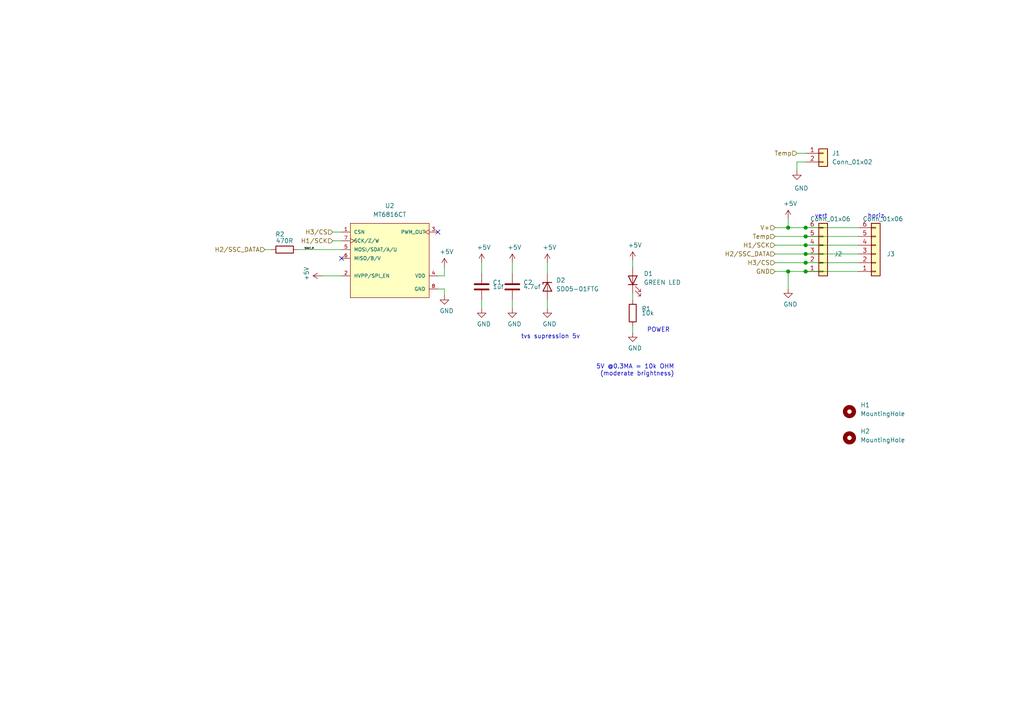
<source format=kicad_sch>
(kicad_sch (version 20210621) (generator eeschema)

  (uuid a8ebf12e-ea8a-47b4-84e5-207e5f47ec05)

  (paper "A4")

  (lib_symbols
    (symbol "Connector_Generic:Conn_01x02" (pin_names (offset 1.016) hide) (in_bom yes) (on_board yes)
      (property "Reference" "J" (id 0) (at 0 2.54 0)
        (effects (font (size 1.27 1.27)))
      )
      (property "Value" "Conn_01x02" (id 1) (at 0 -5.08 0)
        (effects (font (size 1.27 1.27)))
      )
      (property "Footprint" "" (id 2) (at 0 0 0)
        (effects (font (size 1.27 1.27)) hide)
      )
      (property "Datasheet" "~" (id 3) (at 0 0 0)
        (effects (font (size 1.27 1.27)) hide)
      )
      (property "ki_keywords" "connector" (id 4) (at 0 0 0)
        (effects (font (size 1.27 1.27)) hide)
      )
      (property "ki_description" "Generic connector, single row, 01x02, script generated (kicad-library-utils/schlib/autogen/connector/)" (id 5) (at 0 0 0)
        (effects (font (size 1.27 1.27)) hide)
      )
      (property "ki_fp_filters" "Connector*:*_1x??_*" (id 6) (at 0 0 0)
        (effects (font (size 1.27 1.27)) hide)
      )
      (symbol "Conn_01x02_1_1"
        (rectangle (start -1.27 -2.413) (end 0 -2.667)
          (stroke (width 0.1524)) (fill (type none))
        )
        (rectangle (start -1.27 0.127) (end 0 -0.127)
          (stroke (width 0.1524)) (fill (type none))
        )
        (rectangle (start -1.27 1.27) (end 1.27 -3.81)
          (stroke (width 0.254)) (fill (type background))
        )
        (pin passive line (at -5.08 0 0) (length 3.81)
          (name "Pin_1" (effects (font (size 1.27 1.27))))
          (number "1" (effects (font (size 1.27 1.27))))
        )
        (pin passive line (at -5.08 -2.54 0) (length 3.81)
          (name "Pin_2" (effects (font (size 1.27 1.27))))
          (number "2" (effects (font (size 1.27 1.27))))
        )
      )
    )
    (symbol "Connector_Generic:Conn_01x06" (pin_names (offset 1.016) hide) (in_bom yes) (on_board yes)
      (property "Reference" "J" (id 0) (at 0 7.62 0)
        (effects (font (size 1.27 1.27)))
      )
      (property "Value" "Conn_01x06" (id 1) (at 0 -10.16 0)
        (effects (font (size 1.27 1.27)))
      )
      (property "Footprint" "" (id 2) (at 0 0 0)
        (effects (font (size 1.27 1.27)) hide)
      )
      (property "Datasheet" "~" (id 3) (at 0 0 0)
        (effects (font (size 1.27 1.27)) hide)
      )
      (property "ki_keywords" "connector" (id 4) (at 0 0 0)
        (effects (font (size 1.27 1.27)) hide)
      )
      (property "ki_description" "Generic connector, single row, 01x06, script generated (kicad-library-utils/schlib/autogen/connector/)" (id 5) (at 0 0 0)
        (effects (font (size 1.27 1.27)) hide)
      )
      (property "ki_fp_filters" "Connector*:*_1x??_*" (id 6) (at 0 0 0)
        (effects (font (size 1.27 1.27)) hide)
      )
      (symbol "Conn_01x06_1_1"
        (rectangle (start -1.27 -7.493) (end 0 -7.747)
          (stroke (width 0.1524)) (fill (type none))
        )
        (rectangle (start -1.27 -4.953) (end 0 -5.207)
          (stroke (width 0.1524)) (fill (type none))
        )
        (rectangle (start -1.27 -2.413) (end 0 -2.667)
          (stroke (width 0.1524)) (fill (type none))
        )
        (rectangle (start -1.27 0.127) (end 0 -0.127)
          (stroke (width 0.1524)) (fill (type none))
        )
        (rectangle (start -1.27 2.667) (end 0 2.413)
          (stroke (width 0.1524)) (fill (type none))
        )
        (rectangle (start -1.27 5.207) (end 0 4.953)
          (stroke (width 0.1524)) (fill (type none))
        )
        (rectangle (start -1.27 6.35) (end 1.27 -8.89)
          (stroke (width 0.254)) (fill (type background))
        )
        (pin passive line (at -5.08 5.08 0) (length 3.81)
          (name "Pin_1" (effects (font (size 1.27 1.27))))
          (number "1" (effects (font (size 1.27 1.27))))
        )
        (pin passive line (at -5.08 2.54 0) (length 3.81)
          (name "Pin_2" (effects (font (size 1.27 1.27))))
          (number "2" (effects (font (size 1.27 1.27))))
        )
        (pin passive line (at -5.08 0 0) (length 3.81)
          (name "Pin_3" (effects (font (size 1.27 1.27))))
          (number "3" (effects (font (size 1.27 1.27))))
        )
        (pin passive line (at -5.08 -2.54 0) (length 3.81)
          (name "Pin_4" (effects (font (size 1.27 1.27))))
          (number "4" (effects (font (size 1.27 1.27))))
        )
        (pin passive line (at -5.08 -5.08 0) (length 3.81)
          (name "Pin_5" (effects (font (size 1.27 1.27))))
          (number "5" (effects (font (size 1.27 1.27))))
        )
        (pin passive line (at -5.08 -7.62 0) (length 3.81)
          (name "Pin_6" (effects (font (size 1.27 1.27))))
          (number "6" (effects (font (size 1.27 1.27))))
        )
      )
    )
    (symbol "Device:C" (pin_numbers hide) (pin_names (offset 0.254)) (in_bom yes) (on_board yes)
      (property "Reference" "C" (id 0) (at 0.635 2.54 0)
        (effects (font (size 1.27 1.27)) (justify left))
      )
      (property "Value" "C" (id 1) (at 0.635 -2.54 0)
        (effects (font (size 1.27 1.27)) (justify left))
      )
      (property "Footprint" "" (id 2) (at 0.9652 -3.81 0)
        (effects (font (size 1.27 1.27)) hide)
      )
      (property "Datasheet" "~" (id 3) (at 0 0 0)
        (effects (font (size 1.27 1.27)) hide)
      )
      (property "ki_keywords" "cap capacitor" (id 4) (at 0 0 0)
        (effects (font (size 1.27 1.27)) hide)
      )
      (property "ki_description" "Unpolarized capacitor" (id 5) (at 0 0 0)
        (effects (font (size 1.27 1.27)) hide)
      )
      (property "ki_fp_filters" "C_*" (id 6) (at 0 0 0)
        (effects (font (size 1.27 1.27)) hide)
      )
      (symbol "C_0_1"
        (polyline
          (pts
            (xy -2.032 -0.762)
            (xy 2.032 -0.762)
          )
          (stroke (width 0.508)) (fill (type none))
        )
        (polyline
          (pts
            (xy -2.032 0.762)
            (xy 2.032 0.762)
          )
          (stroke (width 0.508)) (fill (type none))
        )
      )
      (symbol "C_1_1"
        (pin passive line (at 0 3.81 270) (length 2.794)
          (name "~" (effects (font (size 1.27 1.27))))
          (number "1" (effects (font (size 1.27 1.27))))
        )
        (pin passive line (at 0 -3.81 90) (length 2.794)
          (name "~" (effects (font (size 1.27 1.27))))
          (number "2" (effects (font (size 1.27 1.27))))
        )
      )
    )
    (symbol "Device:D_Zener" (pin_numbers hide) (pin_names (offset 1.016) hide) (in_bom yes) (on_board yes)
      (property "Reference" "D" (id 0) (at 0 2.54 0)
        (effects (font (size 1.27 1.27)))
      )
      (property "Value" "D_Zener" (id 1) (at 0 -2.54 0)
        (effects (font (size 1.27 1.27)))
      )
      (property "Footprint" "" (id 2) (at 0 0 0)
        (effects (font (size 1.27 1.27)) hide)
      )
      (property "Datasheet" "~" (id 3) (at 0 0 0)
        (effects (font (size 1.27 1.27)) hide)
      )
      (property "ki_keywords" "diode" (id 4) (at 0 0 0)
        (effects (font (size 1.27 1.27)) hide)
      )
      (property "ki_description" "Zener diode" (id 5) (at 0 0 0)
        (effects (font (size 1.27 1.27)) hide)
      )
      (property "ki_fp_filters" "TO-???* *_Diode_* *SingleDiode* D_*" (id 6) (at 0 0 0)
        (effects (font (size 1.27 1.27)) hide)
      )
      (symbol "D_Zener_0_1"
        (polyline
          (pts
            (xy 1.27 0)
            (xy -1.27 0)
          )
          (stroke (width 0)) (fill (type none))
        )
        (polyline
          (pts
            (xy -1.27 -1.27)
            (xy -1.27 1.27)
            (xy -0.762 1.27)
          )
          (stroke (width 0.254)) (fill (type none))
        )
        (polyline
          (pts
            (xy 1.27 -1.27)
            (xy 1.27 1.27)
            (xy -1.27 0)
            (xy 1.27 -1.27)
          )
          (stroke (width 0.254)) (fill (type none))
        )
      )
      (symbol "D_Zener_1_1"
        (pin passive line (at -3.81 0 0) (length 2.54)
          (name "K" (effects (font (size 1.27 1.27))))
          (number "1" (effects (font (size 1.27 1.27))))
        )
        (pin passive line (at 3.81 0 180) (length 2.54)
          (name "A" (effects (font (size 1.27 1.27))))
          (number "2" (effects (font (size 1.27 1.27))))
        )
      )
    )
    (symbol "Device:LED" (pin_numbers hide) (pin_names (offset 1.016) hide) (in_bom yes) (on_board yes)
      (property "Reference" "D" (id 0) (at 0 2.54 0)
        (effects (font (size 1.27 1.27)))
      )
      (property "Value" "LED" (id 1) (at 0 -2.54 0)
        (effects (font (size 1.27 1.27)))
      )
      (property "Footprint" "" (id 2) (at 0 0 0)
        (effects (font (size 1.27 1.27)) hide)
      )
      (property "Datasheet" "~" (id 3) (at 0 0 0)
        (effects (font (size 1.27 1.27)) hide)
      )
      (property "ki_keywords" "LED diode" (id 4) (at 0 0 0)
        (effects (font (size 1.27 1.27)) hide)
      )
      (property "ki_description" "Light emitting diode" (id 5) (at 0 0 0)
        (effects (font (size 1.27 1.27)) hide)
      )
      (property "ki_fp_filters" "LED* LED_SMD:* LED_THT:*" (id 6) (at 0 0 0)
        (effects (font (size 1.27 1.27)) hide)
      )
      (symbol "LED_0_1"
        (polyline
          (pts
            (xy -1.27 -1.27)
            (xy -1.27 1.27)
          )
          (stroke (width 0.254)) (fill (type none))
        )
        (polyline
          (pts
            (xy -1.27 0)
            (xy 1.27 0)
          )
          (stroke (width 0)) (fill (type none))
        )
        (polyline
          (pts
            (xy 1.27 -1.27)
            (xy 1.27 1.27)
            (xy -1.27 0)
            (xy 1.27 -1.27)
          )
          (stroke (width 0.254)) (fill (type none))
        )
        (polyline
          (pts
            (xy -3.048 -0.762)
            (xy -4.572 -2.286)
            (xy -3.81 -2.286)
            (xy -4.572 -2.286)
            (xy -4.572 -1.524)
          )
          (stroke (width 0)) (fill (type none))
        )
        (polyline
          (pts
            (xy -1.778 -0.762)
            (xy -3.302 -2.286)
            (xy -2.54 -2.286)
            (xy -3.302 -2.286)
            (xy -3.302 -1.524)
          )
          (stroke (width 0)) (fill (type none))
        )
      )
      (symbol "LED_1_1"
        (pin passive line (at -3.81 0 0) (length 2.54)
          (name "K" (effects (font (size 1.27 1.27))))
          (number "1" (effects (font (size 1.27 1.27))))
        )
        (pin passive line (at 3.81 0 180) (length 2.54)
          (name "A" (effects (font (size 1.27 1.27))))
          (number "2" (effects (font (size 1.27 1.27))))
        )
      )
    )
    (symbol "Device:R" (pin_numbers hide) (pin_names (offset 0)) (in_bom yes) (on_board yes)
      (property "Reference" "R" (id 0) (at 2.032 0 90)
        (effects (font (size 1.27 1.27)))
      )
      (property "Value" "R" (id 1) (at 0 0 90)
        (effects (font (size 1.27 1.27)))
      )
      (property "Footprint" "" (id 2) (at -1.778 0 90)
        (effects (font (size 1.27 1.27)) hide)
      )
      (property "Datasheet" "~" (id 3) (at 0 0 0)
        (effects (font (size 1.27 1.27)) hide)
      )
      (property "ki_keywords" "R res resistor" (id 4) (at 0 0 0)
        (effects (font (size 1.27 1.27)) hide)
      )
      (property "ki_description" "Resistor" (id 5) (at 0 0 0)
        (effects (font (size 1.27 1.27)) hide)
      )
      (property "ki_fp_filters" "R_*" (id 6) (at 0 0 0)
        (effects (font (size 1.27 1.27)) hide)
      )
      (symbol "R_0_1"
        (rectangle (start -1.016 -2.54) (end 1.016 2.54)
          (stroke (width 0.254)) (fill (type none))
        )
      )
      (symbol "R_1_1"
        (pin passive line (at 0 3.81 270) (length 1.27)
          (name "~" (effects (font (size 1.27 1.27))))
          (number "1" (effects (font (size 1.27 1.27))))
        )
        (pin passive line (at 0 -3.81 90) (length 1.27)
          (name "~" (effects (font (size 1.27 1.27))))
          (number "2" (effects (font (size 1.27 1.27))))
        )
      )
    )
    (symbol "MAG ENCODERS:MT6816CT" (pin_names (offset 1.016)) (in_bom yes) (on_board yes)
      (property "Reference" "U" (id 0) (at 0 5.08 0)
        (effects (font (size 1.27 1.27)) (justify left))
      )
      (property "Value" "MT6816CT" (id 1) (at 0 7.62 0)
        (effects (font (size 1.27 1.27)) (justify left))
      )
      (property "Footprint" "Package_SO:SOP-8_3.9x4.9mm_P1.27mm" (id 2) (at 0 10.16 0)
        (effects (font (size 1.27 1.27)) (justify left) hide)
      )
      (property "Datasheet" "http://www.magntek.com.cn/upload/MT6816_Rev.1.4.pdf" (id 3) (at 0 12.7 0)
        (effects (font (size 1.27 1.27)) (justify left) hide)
      )
      (property "Interface" "SPI, PWM, ABZ, UVW" (id 4) (at 0 15.24 0)
        (effects (font (size 1.27 1.27)) (justify left) hide)
      )
      (property "Mounting Technology" "Surface Mount" (id 5) (at 0 35.56 0)
        (effects (font (size 1.27 1.27)) (justify left) hide)
      )
      (property "Package Description" "8-Pin Plastic (Green) Dual Small Outline Package, 4.9 x 3.9 mm Body, 1.27 mm Pitch" (id 6) (at 0 38.1 0)
        (effects (font (size 1.27 1.27)) (justify left) hide)
      )
      (property "category" "IC" (id 7) (at 0 45.72 0)
        (effects (font (size 1.27 1.27)) (justify left) hide)
      )
      (property "manufacturer" "MagnTek" (id 8) (at 0 53.34 0)
        (effects (font (size 1.27 1.27)) (justify left) hide)
      )
      (property "package" "SOP-8" (id 9) (at 0 55.88 0)
        (effects (font (size 1.27 1.27)) (justify left) hide)
      )
      (property "ki_keywords" "hall encoder, angle sensor" (id 10) (at 0 0 0)
        (effects (font (size 1.27 1.27)) hide)
      )
      (property "ki_description" "TLE5012" (id 11) (at 0 0 0)
        (effects (font (size 1.27 1.27)) hide)
      )
      (symbol "MT6816CT_1_1"
        (rectangle (start 2.54 2.54) (end 25.4 -19.05)
          (stroke (width 0)) (fill (type background))
        )
        (pin input line (at 0 0 0) (length 2.54)
          (name "CSN" (effects (font (size 1.016 1.016))))
          (number "1" (effects (font (size 1.016 1.016))))
        )
        (pin input line (at 0 -12.7 0) (length 2.54)
          (name "HVPP/SPI_EN" (effects (font (size 1.016 1.016))))
          (number "2" (effects (font (size 1.016 1.016))))
        )
        (pin input clock (at 27.94 0 180) (length 2.54)
          (name "PWM_OUT" (effects (font (size 1.016 1.016))))
          (number "3" (effects (font (size 1.016 1.016))))
        )
        (pin power_in line (at 27.94 -12.7 180) (length 2.54)
          (name "VDD" (effects (font (size 1.016 1.016))))
          (number "4" (effects (font (size 1.016 1.016))))
        )
        (pin bidirectional line (at 0 -5.08 0) (length 2.54)
          (name "MOSI/SDAT/A/U" (effects (font (size 1.016 1.016))))
          (number "5" (effects (font (size 1.016 1.016))))
        )
        (pin bidirectional line (at 0 -7.62 0) (length 2.54)
          (name "MISO/B/V" (effects (font (size 1.016 1.016))))
          (number "6" (effects (font (size 1.016 1.016))))
        )
        (pin input clock (at 0 -2.54 0) (length 2.54)
          (name "SCK/Z/W" (effects (font (size 1.016 1.016))))
          (number "7" (effects (font (size 1.016 1.016))))
        )
        (pin power_in line (at 27.94 -16.51 180) (length 2.54)
          (name "GND" (effects (font (size 1.016 1.016))))
          (number "8" (effects (font (size 1.016 1.016))))
        )
      )
    )
    (symbol "Mechanical:MountingHole" (pin_names (offset 1.016)) (in_bom yes) (on_board yes)
      (property "Reference" "H" (id 0) (at 0 5.08 0)
        (effects (font (size 1.27 1.27)))
      )
      (property "Value" "MountingHole" (id 1) (at 0 3.175 0)
        (effects (font (size 1.27 1.27)))
      )
      (property "Footprint" "" (id 2) (at 0 0 0)
        (effects (font (size 1.27 1.27)) hide)
      )
      (property "Datasheet" "~" (id 3) (at 0 0 0)
        (effects (font (size 1.27 1.27)) hide)
      )
      (property "ki_keywords" "mounting hole" (id 4) (at 0 0 0)
        (effects (font (size 1.27 1.27)) hide)
      )
      (property "ki_description" "Mounting Hole without connection" (id 5) (at 0 0 0)
        (effects (font (size 1.27 1.27)) hide)
      )
      (property "ki_fp_filters" "MountingHole*" (id 6) (at 0 0 0)
        (effects (font (size 1.27 1.27)) hide)
      )
      (symbol "MountingHole_0_1"
        (circle (center 0 0) (radius 1.27) (stroke (width 1.27)) (fill (type none)))
      )
    )
    (symbol "power:+5V" (power) (pin_names (offset 0)) (in_bom yes) (on_board yes)
      (property "Reference" "#PWR" (id 0) (at 0 -3.81 0)
        (effects (font (size 1.27 1.27)) hide)
      )
      (property "Value" "+5V" (id 1) (at 0 3.556 0)
        (effects (font (size 1.27 1.27)))
      )
      (property "Footprint" "" (id 2) (at 0 0 0)
        (effects (font (size 1.27 1.27)) hide)
      )
      (property "Datasheet" "" (id 3) (at 0 0 0)
        (effects (font (size 1.27 1.27)) hide)
      )
      (property "ki_keywords" "power-flag" (id 4) (at 0 0 0)
        (effects (font (size 1.27 1.27)) hide)
      )
      (property "ki_description" "Power symbol creates a global label with name \"+5V\"" (id 5) (at 0 0 0)
        (effects (font (size 1.27 1.27)) hide)
      )
      (symbol "+5V_0_1"
        (polyline
          (pts
            (xy -0.762 1.27)
            (xy 0 2.54)
          )
          (stroke (width 0)) (fill (type none))
        )
        (polyline
          (pts
            (xy 0 0)
            (xy 0 2.54)
          )
          (stroke (width 0)) (fill (type none))
        )
        (polyline
          (pts
            (xy 0 2.54)
            (xy 0.762 1.27)
          )
          (stroke (width 0)) (fill (type none))
        )
      )
      (symbol "+5V_1_1"
        (pin power_in line (at 0 0 90) (length 0) hide
          (name "+5V" (effects (font (size 1.27 1.27))))
          (number "1" (effects (font (size 1.27 1.27))))
        )
      )
    )
    (symbol "power:GND" (power) (pin_names (offset 0)) (in_bom yes) (on_board yes)
      (property "Reference" "#PWR" (id 0) (at 0 -6.35 0)
        (effects (font (size 1.27 1.27)) hide)
      )
      (property "Value" "GND" (id 1) (at 0 -3.81 0)
        (effects (font (size 1.27 1.27)))
      )
      (property "Footprint" "" (id 2) (at 0 0 0)
        (effects (font (size 1.27 1.27)) hide)
      )
      (property "Datasheet" "" (id 3) (at 0 0 0)
        (effects (font (size 1.27 1.27)) hide)
      )
      (property "ki_keywords" "power-flag" (id 4) (at 0 0 0)
        (effects (font (size 1.27 1.27)) hide)
      )
      (property "ki_description" "Power symbol creates a global label with name \"GND\" , ground" (id 5) (at 0 0 0)
        (effects (font (size 1.27 1.27)) hide)
      )
      (symbol "GND_0_1"
        (polyline
          (pts
            (xy 0 0)
            (xy 0 -1.27)
            (xy 1.27 -1.27)
            (xy 0 -2.54)
            (xy -1.27 -1.27)
            (xy 0 -1.27)
          )
          (stroke (width 0)) (fill (type none))
        )
      )
      (symbol "GND_1_1"
        (pin power_in line (at 0 0 270) (length 0) hide
          (name "GND" (effects (font (size 1.27 1.27))))
          (number "1" (effects (font (size 1.27 1.27))))
        )
      )
    )
  )

  (junction (at 228.6 66.04) (diameter 1.016) (color 0 0 0 0))
  (junction (at 228.6 78.74) (diameter 1.016) (color 0 0 0 0))
  (junction (at 233.68 66.04) (diameter 1.016) (color 0 0 0 0))
  (junction (at 233.68 68.58) (diameter 1.016) (color 0 0 0 0))
  (junction (at 233.68 71.12) (diameter 1.016) (color 0 0 0 0))
  (junction (at 233.68 73.66) (diameter 1.016) (color 0 0 0 0))
  (junction (at 233.68 76.2) (diameter 1.016) (color 0 0 0 0))
  (junction (at 233.68 78.74) (diameter 1.016) (color 0 0 0 0))

  (no_connect (at 99.06 74.93) (uuid a7b20cd7-0e45-4d10-9ac1-4ff9b8e237d4))
  (no_connect (at 127 67.31) (uuid 89da919d-69f0-44f9-9e29-40d56dbe6088))

  (wire (pts (xy 76.835 72.39) (xy 78.74 72.39))
    (stroke (width 0) (type solid) (color 0 0 0 0))
    (uuid 9d49df53-f379-46d4-8a6b-77980299f00d)
  )
  (wire (pts (xy 86.36 72.39) (xy 99.06 72.39))
    (stroke (width 0) (type solid) (color 0 0 0 0))
    (uuid afd67112-ae1f-463f-b8c9-29929dfdb08e)
  )
  (wire (pts (xy 93.345 80.01) (xy 99.06 80.01))
    (stroke (width 0) (type solid) (color 0 0 0 0))
    (uuid e2e0555c-a534-49b1-9010-253bf18b7a16)
  )
  (wire (pts (xy 96.52 67.31) (xy 99.06 67.31))
    (stroke (width 0) (type solid) (color 0 0 0 0))
    (uuid 330944c2-fa7b-43c3-8cc6-3346ccdbcc96)
  )
  (wire (pts (xy 96.52 69.85) (xy 99.06 69.85))
    (stroke (width 0) (type solid) (color 0 0 0 0))
    (uuid 14088e8a-85a7-4eb2-84d1-4f721e0526f7)
  )
  (wire (pts (xy 127 80.01) (xy 128.905 80.01))
    (stroke (width 0) (type solid) (color 0 0 0 0))
    (uuid e9a2a689-7866-4618-a875-c361e69aa4ca)
  )
  (wire (pts (xy 127 83.82) (xy 128.905 83.82))
    (stroke (width 0) (type solid) (color 0 0 0 0))
    (uuid 712b2475-90f2-4e91-a169-c83cc007c285)
  )
  (wire (pts (xy 128.905 77.47) (xy 128.905 80.01))
    (stroke (width 0) (type solid) (color 0 0 0 0))
    (uuid 13fbdc03-fdee-4ce3-b65d-f9d17efd85d2)
  )
  (wire (pts (xy 128.905 83.82) (xy 128.905 85.725))
    (stroke (width 0) (type solid) (color 0 0 0 0))
    (uuid 53668cfb-b186-4417-8ee3-939976c4ea35)
  )
  (wire (pts (xy 139.7 76.2) (xy 139.7 79.375))
    (stroke (width 0) (type solid) (color 0 0 0 0))
    (uuid 6dc8a3b9-6e11-4d74-ae62-2b484459dc9d)
  )
  (wire (pts (xy 139.7 86.995) (xy 139.7 89.535))
    (stroke (width 0) (type solid) (color 0 0 0 0))
    (uuid 0eb44b2a-6cd8-45bf-93c5-74fec2262539)
  )
  (wire (pts (xy 148.59 76.2) (xy 148.59 79.375))
    (stroke (width 0) (type solid) (color 0 0 0 0))
    (uuid 8481b866-fe67-4268-afa3-c4b5ebe18194)
  )
  (wire (pts (xy 148.59 86.995) (xy 148.59 89.535))
    (stroke (width 0) (type solid) (color 0 0 0 0))
    (uuid 939b793a-ec3a-47f0-b5b6-b4c13207d4c6)
  )
  (wire (pts (xy 158.75 76.2) (xy 158.75 79.375))
    (stroke (width 0) (type solid) (color 0 0 0 0))
    (uuid 9de0521a-5fb7-40d5-989d-72042feb5035)
  )
  (wire (pts (xy 158.75 86.995) (xy 158.75 89.535))
    (stroke (width 0) (type solid) (color 0 0 0 0))
    (uuid 16ee5d76-ab3f-4297-bacb-5efe5a9a011c)
  )
  (wire (pts (xy 183.515 75.565) (xy 183.515 77.47))
    (stroke (width 0) (type solid) (color 0 0 0 0))
    (uuid cb435861-d74c-487e-89da-109e7b8aa624)
  )
  (wire (pts (xy 183.515 85.09) (xy 183.515 86.995))
    (stroke (width 0) (type solid) (color 0 0 0 0))
    (uuid 4666d7bd-87ce-49ed-89fd-16faaccfcc30)
  )
  (wire (pts (xy 183.515 94.615) (xy 183.515 96.52))
    (stroke (width 0) (type solid) (color 0 0 0 0))
    (uuid ec490c8d-9278-460d-b624-83d8848ad246)
  )
  (wire (pts (xy 224.79 66.04) (xy 228.6 66.04))
    (stroke (width 0) (type solid) (color 0 0 0 0))
    (uuid 6b510cce-d04d-4e00-be99-b197897a2534)
  )
  (wire (pts (xy 224.79 68.58) (xy 233.68 68.58))
    (stroke (width 0) (type solid) (color 0 0 0 0))
    (uuid 05184a6d-4de2-4c0e-b95f-a0efbe7733c3)
  )
  (wire (pts (xy 224.79 71.12) (xy 233.68 71.12))
    (stroke (width 0) (type solid) (color 0 0 0 0))
    (uuid 568592e4-3881-4065-9d8e-49bbaadb5d82)
  )
  (wire (pts (xy 224.79 73.66) (xy 233.68 73.66))
    (stroke (width 0) (type solid) (color 0 0 0 0))
    (uuid 3cc7d39e-47cc-40d6-b49a-0a53f442f361)
  )
  (wire (pts (xy 224.79 76.2) (xy 233.68 76.2))
    (stroke (width 0) (type solid) (color 0 0 0 0))
    (uuid bb849e9b-5393-4b74-8d40-0dddd8655b5c)
  )
  (wire (pts (xy 224.79 78.74) (xy 228.6 78.74))
    (stroke (width 0) (type solid) (color 0 0 0 0))
    (uuid 76a36fa7-78c4-4208-81c9-c0b303b59f2a)
  )
  (wire (pts (xy 228.6 63.5) (xy 228.6 66.04))
    (stroke (width 0) (type solid) (color 0 0 0 0))
    (uuid 826e0f5d-08ad-44a7-9b60-4613080e9b75)
  )
  (wire (pts (xy 228.6 66.04) (xy 233.68 66.04))
    (stroke (width 0) (type solid) (color 0 0 0 0))
    (uuid 14fc2317-d06f-4eda-a969-4e76010c7df6)
  )
  (wire (pts (xy 228.6 78.74) (xy 228.6 83.82))
    (stroke (width 0) (type solid) (color 0 0 0 0))
    (uuid bc864277-89cc-4b31-a855-26af8f0bda29)
  )
  (wire (pts (xy 228.6 78.74) (xy 233.68 78.74))
    (stroke (width 0) (type solid) (color 0 0 0 0))
    (uuid f172b478-2591-425a-8982-048317b6113c)
  )
  (wire (pts (xy 231.14 44.45) (xy 233.68 44.45))
    (stroke (width 0) (type solid) (color 0 0 0 0))
    (uuid b5fa3b44-f13a-47cf-a6ae-4fdb07402046)
  )
  (wire (pts (xy 231.14 46.99) (xy 233.68 46.99))
    (stroke (width 0) (type solid) (color 0 0 0 0))
    (uuid cf7a2c34-d1cc-4466-a717-286c02d725e8)
  )
  (wire (pts (xy 231.14 49.53) (xy 231.14 46.99))
    (stroke (width 0) (type solid) (color 0 0 0 0))
    (uuid 01984630-e32f-4d5a-88ca-96d65298b0b7)
  )
  (wire (pts (xy 233.68 66.04) (xy 248.92 66.04))
    (stroke (width 0) (type solid) (color 0 0 0 0))
    (uuid 12e6d882-8db8-41cf-bdb6-df1236647484)
  )
  (wire (pts (xy 233.68 68.58) (xy 248.92 68.58))
    (stroke (width 0) (type solid) (color 0 0 0 0))
    (uuid 537ad0e8-1243-4e6e-af7d-455b79833086)
  )
  (wire (pts (xy 233.68 71.12) (xy 248.92 71.12))
    (stroke (width 0) (type solid) (color 0 0 0 0))
    (uuid 23d6933d-366d-4a68-8ed2-2e6e2f44f0cc)
  )
  (wire (pts (xy 233.68 73.66) (xy 248.92 73.66))
    (stroke (width 0) (type solid) (color 0 0 0 0))
    (uuid 7f61caef-7299-4ad1-a19c-304c745388b4)
  )
  (wire (pts (xy 233.68 76.2) (xy 248.92 76.2))
    (stroke (width 0) (type solid) (color 0 0 0 0))
    (uuid ca3e3198-f78a-4618-af8a-cc442265ac6a)
  )
  (wire (pts (xy 233.68 78.74) (xy 248.92 78.74))
    (stroke (width 0) (type solid) (color 0 0 0 0))
    (uuid 04a5e6b0-54c9-4c02-a918-85fdffe9e258)
  )

  (text "tvs supression 5v" (at 168.275 98.425 180)
    (effects (font (size 1.27 1.27)) (justify right bottom))
    (uuid 89d0ec15-73ca-487a-a754-debbfd5d71b3)
  )
  (text "POWER" (at 194.31 96.52 180)
    (effects (font (size 1.27 1.27)) (justify right bottom))
    (uuid 3710fdee-8b2a-4af4-9375-a1d38586477b)
  )
  (text "5V @0.3MA = 10k OHM\n(moderate brightness)" (at 195.58 109.22 180)
    (effects (font (size 1.27 1.27)) (justify right bottom))
    (uuid cb4b209b-6263-4d17-a67c-7cc7440c0dda)
  )
  (text "vert" (at 240.03 63.5 180)
    (effects (font (size 1.27 1.27)) (justify right bottom))
    (uuid 7b8be1bf-ef0a-442c-8fc1-bfb04aa93221)
  )
  (text "horiz" (at 256.54 63.5 180)
    (effects (font (size 1.27 1.27)) (justify right bottom))
    (uuid 1bbf5363-e92c-4d1b-822d-73713e4697ec)
  )

  (label "SDAT_R" (at 88.265 72.39 0)
    (effects (font (size 0.5 0.5)) (justify left bottom))
    (uuid 4aafbb9c-b5b8-4f01-8f2a-379e43716743)
  )

  (hierarchical_label "H2{slash}SSC_DATA" (shape input) (at 76.835 72.39 180)
    (effects (font (size 1.27 1.27)) (justify right))
    (uuid 7ca5df7e-fce1-4b97-9b38-21c0d1e631b1)
  )
  (hierarchical_label "H3{slash}CS" (shape input) (at 96.52 67.31 180)
    (effects (font (size 1.27 1.27)) (justify right))
    (uuid 9028505c-4433-465a-b614-23564d5f6f27)
  )
  (hierarchical_label "H1{slash}SCK" (shape input) (at 96.52 69.85 180)
    (effects (font (size 1.27 1.27)) (justify right))
    (uuid c7c121cc-2112-4e51-93f4-7f0270497320)
  )
  (hierarchical_label "V+" (shape input) (at 224.79 66.04 180)
    (effects (font (size 1.27 1.27)) (justify right))
    (uuid 9d8366bb-ae49-4f3e-a9f2-3b18536567b1)
  )
  (hierarchical_label "Temp" (shape input) (at 224.79 68.58 180)
    (effects (font (size 1.27 1.27)) (justify right))
    (uuid 0a6539ce-05cf-43e4-be87-ee71f0c77955)
  )
  (hierarchical_label "H1{slash}SCK" (shape input) (at 224.79 71.12 180)
    (effects (font (size 1.27 1.27)) (justify right))
    (uuid 83ef8b3d-c157-4a59-aca0-ee4a612bf2ec)
  )
  (hierarchical_label "H2{slash}SSC_DATA" (shape input) (at 224.79 73.66 180)
    (effects (font (size 1.27 1.27)) (justify right))
    (uuid 27819d46-208a-4026-862d-9d16ae34ffdf)
  )
  (hierarchical_label "H3{slash}CS" (shape input) (at 224.79 76.2 180)
    (effects (font (size 1.27 1.27)) (justify right))
    (uuid b2988ed2-6db9-4ebf-972b-1eaf3407633c)
  )
  (hierarchical_label "GND" (shape input) (at 224.79 78.74 180)
    (effects (font (size 1.27 1.27)) (justify right))
    (uuid df288b17-e105-4c91-804a-6b3bc1944be0)
  )
  (hierarchical_label "Temp" (shape input) (at 231.14 44.45 180)
    (effects (font (size 1.27 1.27)) (justify right))
    (uuid 540d4208-22b4-4359-8fc8-68042037e4b7)
  )

  (symbol (lib_id "power:+5V") (at 93.345 80.01 90) (unit 1)
    (in_bom yes) (on_board yes)
    (uuid 2d36837a-0817-4321-a5b2-1e94b2800847)
    (property "Reference" "#PWR0114" (id 0) (at 97.155 80.01 0)
      (effects (font (size 1.27 1.27)) hide)
    )
    (property "Value" "+5V" (id 1) (at 88.9 79.375 0))
    (property "Footprint" "" (id 2) (at 93.345 80.01 0)
      (effects (font (size 1.27 1.27)) hide)
    )
    (property "Datasheet" "" (id 3) (at 93.345 80.01 0)
      (effects (font (size 1.27 1.27)) hide)
    )
    (pin "1" (uuid f35d57aa-e6e1-440c-a02b-ef3d337ea8d0))
  )

  (symbol (lib_id "power:+5V") (at 128.905 77.47 0) (unit 1)
    (in_bom yes) (on_board yes)
    (uuid d842de47-f7dd-4a10-9b48-22cf9e205d66)
    (property "Reference" "#PWR0107" (id 0) (at 128.905 81.28 0)
      (effects (font (size 1.27 1.27)) hide)
    )
    (property "Value" "+5V" (id 1) (at 129.54 73.025 0))
    (property "Footprint" "" (id 2) (at 128.905 77.47 0)
      (effects (font (size 1.27 1.27)) hide)
    )
    (property "Datasheet" "" (id 3) (at 128.905 77.47 0)
      (effects (font (size 1.27 1.27)) hide)
    )
    (pin "1" (uuid 7bce2a14-0dcc-4cf3-aca8-8447a1036cf7))
  )

  (symbol (lib_id "power:+5V") (at 139.7 76.2 0) (unit 1)
    (in_bom yes) (on_board yes)
    (uuid 09e0f44e-41dd-4595-9b6d-8303d947793e)
    (property "Reference" "#PWR0102" (id 0) (at 139.7 80.01 0)
      (effects (font (size 1.27 1.27)) hide)
    )
    (property "Value" "+5V" (id 1) (at 140.335 71.755 0))
    (property "Footprint" "" (id 2) (at 139.7 76.2 0)
      (effects (font (size 1.27 1.27)) hide)
    )
    (property "Datasheet" "" (id 3) (at 139.7 76.2 0)
      (effects (font (size 1.27 1.27)) hide)
    )
    (pin "1" (uuid a53ccac6-13d0-4d62-adc9-5a37cb9faff1))
  )

  (symbol (lib_id "power:+5V") (at 148.59 76.2 0) (unit 1)
    (in_bom yes) (on_board yes)
    (uuid e9226644-3441-4f43-98ad-bcb438b2e6f4)
    (property "Reference" "#PWR0103" (id 0) (at 148.59 80.01 0)
      (effects (font (size 1.27 1.27)) hide)
    )
    (property "Value" "+5V" (id 1) (at 149.225 71.755 0))
    (property "Footprint" "" (id 2) (at 148.59 76.2 0)
      (effects (font (size 1.27 1.27)) hide)
    )
    (property "Datasheet" "" (id 3) (at 148.59 76.2 0)
      (effects (font (size 1.27 1.27)) hide)
    )
    (pin "1" (uuid 0f8b55a9-a857-4e22-9b6a-e2e2cd896efd))
  )

  (symbol (lib_id "power:+5V") (at 158.75 76.2 0) (unit 1)
    (in_bom yes) (on_board yes)
    (uuid d0ae41a3-72b0-4359-92ed-472dc70a14d2)
    (property "Reference" "#PWR0108" (id 0) (at 158.75 80.01 0)
      (effects (font (size 1.27 1.27)) hide)
    )
    (property "Value" "+5V" (id 1) (at 159.385 71.755 0))
    (property "Footprint" "" (id 2) (at 158.75 76.2 0)
      (effects (font (size 1.27 1.27)) hide)
    )
    (property "Datasheet" "" (id 3) (at 158.75 76.2 0)
      (effects (font (size 1.27 1.27)) hide)
    )
    (pin "1" (uuid 52998ff6-4ec4-4fba-b615-b0b86fb3c518))
  )

  (symbol (lib_id "power:+5V") (at 183.515 75.565 0) (unit 1)
    (in_bom yes) (on_board yes)
    (uuid 6ea4c6b7-7728-472c-97ae-38ae071727d8)
    (property "Reference" "#PWR0111" (id 0) (at 183.515 79.375 0)
      (effects (font (size 1.27 1.27)) hide)
    )
    (property "Value" "+5V" (id 1) (at 184.15 71.12 0))
    (property "Footprint" "" (id 2) (at 183.515 75.565 0)
      (effects (font (size 1.27 1.27)) hide)
    )
    (property "Datasheet" "" (id 3) (at 183.515 75.565 0)
      (effects (font (size 1.27 1.27)) hide)
    )
    (pin "1" (uuid c7cbfc5e-3652-4e1f-8160-e1f472d9aa40))
  )

  (symbol (lib_id "power:+5V") (at 228.6 63.5 0) (unit 1)
    (in_bom yes) (on_board yes)
    (uuid 7fc55da9-5ec4-4378-846a-1c04463dcb92)
    (property "Reference" "#PWR0109" (id 0) (at 228.6 67.31 0)
      (effects (font (size 1.27 1.27)) hide)
    )
    (property "Value" "+5V" (id 1) (at 229.235 59.055 0))
    (property "Footprint" "" (id 2) (at 228.6 63.5 0)
      (effects (font (size 1.27 1.27)) hide)
    )
    (property "Datasheet" "" (id 3) (at 228.6 63.5 0)
      (effects (font (size 1.27 1.27)) hide)
    )
    (pin "1" (uuid a03154bc-9b17-4d41-89c7-551374d88717))
  )

  (symbol (lib_id "power:GND") (at 128.905 85.725 0) (unit 1)
    (in_bom yes) (on_board yes)
    (uuid 3c8a0df0-a1a1-4497-9d60-357d0eb9ce35)
    (property "Reference" "#PWR0104" (id 0) (at 128.905 92.075 0)
      (effects (font (size 1.27 1.27)) hide)
    )
    (property "Value" "GND" (id 1) (at 129.54 90.17 0))
    (property "Footprint" "" (id 2) (at 128.905 85.725 0)
      (effects (font (size 1.27 1.27)) hide)
    )
    (property "Datasheet" "" (id 3) (at 128.905 85.725 0)
      (effects (font (size 1.27 1.27)) hide)
    )
    (pin "1" (uuid d56aa2e5-30ae-4b43-917c-c99ce0a89f0d))
  )

  (symbol (lib_id "power:GND") (at 139.7 89.535 0) (unit 1)
    (in_bom yes) (on_board yes)
    (uuid 76407b6a-c40d-4909-bb86-9348672bc313)
    (property "Reference" "#PWR0106" (id 0) (at 139.7 95.885 0)
      (effects (font (size 1.27 1.27)) hide)
    )
    (property "Value" "GND" (id 1) (at 140.335 93.98 0))
    (property "Footprint" "" (id 2) (at 139.7 89.535 0)
      (effects (font (size 1.27 1.27)) hide)
    )
    (property "Datasheet" "" (id 3) (at 139.7 89.535 0)
      (effects (font (size 1.27 1.27)) hide)
    )
    (pin "1" (uuid 563b08b0-193f-4080-8162-927c5bb914e8))
  )

  (symbol (lib_id "power:GND") (at 148.59 89.535 0) (unit 1)
    (in_bom yes) (on_board yes)
    (uuid 68fe9dd1-508e-4e47-9d8e-747221aeda80)
    (property "Reference" "#PWR0105" (id 0) (at 148.59 95.885 0)
      (effects (font (size 1.27 1.27)) hide)
    )
    (property "Value" "GND" (id 1) (at 149.225 93.98 0))
    (property "Footprint" "" (id 2) (at 148.59 89.535 0)
      (effects (font (size 1.27 1.27)) hide)
    )
    (property "Datasheet" "" (id 3) (at 148.59 89.535 0)
      (effects (font (size 1.27 1.27)) hide)
    )
    (pin "1" (uuid 4ccdb2bc-f266-407e-9188-2a7d1db7260d))
  )

  (symbol (lib_id "power:GND") (at 158.75 89.535 0) (unit 1)
    (in_bom yes) (on_board yes)
    (uuid 37ea4150-2714-42e6-9775-f64d9c440a8e)
    (property "Reference" "#PWR0113" (id 0) (at 158.75 95.885 0)
      (effects (font (size 1.27 1.27)) hide)
    )
    (property "Value" "GND" (id 1) (at 159.385 93.98 0))
    (property "Footprint" "" (id 2) (at 158.75 89.535 0)
      (effects (font (size 1.27 1.27)) hide)
    )
    (property "Datasheet" "" (id 3) (at 158.75 89.535 0)
      (effects (font (size 1.27 1.27)) hide)
    )
    (pin "1" (uuid 9a50533d-0d30-4c2c-a0f8-a8c491bcad79))
  )

  (symbol (lib_id "power:GND") (at 183.515 96.52 0) (unit 1)
    (in_bom yes) (on_board yes)
    (uuid ea0fbe12-bb09-4358-8e03-e94d6601eeca)
    (property "Reference" "#PWR0112" (id 0) (at 183.515 102.87 0)
      (effects (font (size 1.27 1.27)) hide)
    )
    (property "Value" "GND" (id 1) (at 184.15 100.965 0))
    (property "Footprint" "" (id 2) (at 183.515 96.52 0)
      (effects (font (size 1.27 1.27)) hide)
    )
    (property "Datasheet" "" (id 3) (at 183.515 96.52 0)
      (effects (font (size 1.27 1.27)) hide)
    )
    (pin "1" (uuid 20f0f668-e32d-4a2b-adfc-8d194f64f9f4))
  )

  (symbol (lib_id "power:GND") (at 228.6 83.82 0) (unit 1)
    (in_bom yes) (on_board yes)
    (uuid 099ad0bb-9504-48d5-98c2-28471d870859)
    (property "Reference" "#PWR0101" (id 0) (at 228.6 90.17 0)
      (effects (font (size 1.27 1.27)) hide)
    )
    (property "Value" "GND" (id 1) (at 229.235 88.265 0))
    (property "Footprint" "" (id 2) (at 228.6 83.82 0)
      (effects (font (size 1.27 1.27)) hide)
    )
    (property "Datasheet" "" (id 3) (at 228.6 83.82 0)
      (effects (font (size 1.27 1.27)) hide)
    )
    (pin "1" (uuid e223e488-2928-4147-abbc-6dd88edc4bef))
  )

  (symbol (lib_id "power:GND") (at 231.14 49.53 0) (unit 1)
    (in_bom yes) (on_board yes)
    (uuid 8f064318-db32-4582-9c4c-b90d9ed046e5)
    (property "Reference" "#PWR0110" (id 0) (at 231.14 55.88 0)
      (effects (font (size 1.27 1.27)) hide)
    )
    (property "Value" "GND" (id 1) (at 232.41 54.61 0))
    (property "Footprint" "" (id 2) (at 231.14 49.53 0)
      (effects (font (size 1.27 1.27)) hide)
    )
    (property "Datasheet" "" (id 3) (at 231.14 49.53 0)
      (effects (font (size 1.27 1.27)) hide)
    )
    (pin "1" (uuid 97eb204b-a640-4669-b508-bc5b0f9e2598))
  )

  (symbol (lib_id "Mechanical:MountingHole") (at 246.38 119.38 0) (unit 1)
    (in_bom yes) (on_board yes)
    (uuid 29735368-2e38-4a39-93d0-b4a8bfcd899d)
    (property "Reference" "H1" (id 0) (at 249.555 117.475 0)
      (effects (font (size 1.27 1.27)) (justify left))
    )
    (property "Value" "MountingHole" (id 1) (at 249.555 120.015 0)
      (effects (font (size 1.27 1.27)) (justify left))
    )
    (property "Footprint" "MountingHole:MountingHole_3.2mm_M3" (id 2) (at 246.38 119.38 0)
      (effects (font (size 1.27 1.27)) hide)
    )
    (property "Datasheet" "~" (id 3) (at 246.38 119.38 0)
      (effects (font (size 1.27 1.27)) hide)
    )
  )

  (symbol (lib_id "Mechanical:MountingHole") (at 246.38 127 0) (unit 1)
    (in_bom yes) (on_board yes)
    (uuid b0c8a699-b19a-47f4-b482-5c7a80becd6b)
    (property "Reference" "H2" (id 0) (at 249.555 125.095 0)
      (effects (font (size 1.27 1.27)) (justify left))
    )
    (property "Value" "MountingHole" (id 1) (at 249.555 127.635 0)
      (effects (font (size 1.27 1.27)) (justify left))
    )
    (property "Footprint" "MountingHole:MountingHole_3.2mm_M3" (id 2) (at 246.38 127 0)
      (effects (font (size 1.27 1.27)) hide)
    )
    (property "Datasheet" "~" (id 3) (at 246.38 127 0)
      (effects (font (size 1.27 1.27)) hide)
    )
  )

  (symbol (lib_id "Device:R") (at 82.55 72.39 90) (unit 1)
    (in_bom yes) (on_board yes)
    (uuid aadfafca-817a-4163-a38b-e94c6cd744c8)
    (property "Reference" "R2" (id 0) (at 82.55 67.945 90)
      (effects (font (size 1.27 1.27)) (justify left))
    )
    (property "Value" "470R" (id 1) (at 85.09 69.85 90)
      (effects (font (size 1.27 1.27)) (justify left))
    )
    (property "Footprint" "pkl_dipol:R_0603" (id 2) (at 82.55 74.168 90)
      (effects (font (size 1.27 1.27)) hide)
    )
    (property "Datasheet" "~" (id 3) (at 82.55 72.39 0)
      (effects (font (size 1.27 1.27)) hide)
    )
    (pin "1" (uuid 23c68d84-4afa-4de5-9e1a-07c0c74ab9a3))
    (pin "2" (uuid 65d3f643-382a-4200-968d-e6eb79751d47))
  )

  (symbol (lib_id "Device:R") (at 183.515 90.805 0) (unit 1)
    (in_bom yes) (on_board yes)
    (uuid 13b8a684-d186-445e-a635-d2f1c568b3af)
    (property "Reference" "R1" (id 0) (at 186.055 89.535 0)
      (effects (font (size 1.27 1.27)) (justify left))
    )
    (property "Value" "10k" (id 1) (at 186.055 90.805 0)
      (effects (font (size 1.27 1.27)) (justify left))
    )
    (property "Footprint" "pkl_dipol:R_0603" (id 2) (at 181.737 90.805 90)
      (effects (font (size 1.27 1.27)) hide)
    )
    (property "Datasheet" "~" (id 3) (at 183.515 90.805 0)
      (effects (font (size 1.27 1.27)) hide)
    )
    (pin "1" (uuid 2ae07bb8-3924-49ae-a6f7-9d31d03f3efa))
    (pin "2" (uuid 449eff4c-9777-4f01-a6b0-ba756460b729))
  )

  (symbol (lib_id "Device:D_Zener") (at 158.75 83.185 90) (mirror x) (unit 1)
    (in_bom yes) (on_board yes)
    (uuid 74ce55ed-8423-4b7b-b52b-9ada4ae0ee1e)
    (property "Reference" "D2" (id 0) (at 161.29 81.28 90)
      (effects (font (size 1.27 1.27)) (justify right))
    )
    (property "Value" "SD05-01FTG" (id 1) (at 161.29 83.82 90)
      (effects (font (size 1.27 1.27)) (justify right))
    )
    (property "Footprint" "Diode_SMD:D_SOD-323" (id 2) (at 158.75 83.185 0)
      (effects (font (size 1.27 1.27)) hide)
    )
    (property "Datasheet" "~" (id 3) (at 158.75 83.185 0)
      (effects (font (size 1.27 1.27)) hide)
    )
    (property "Field4" "lcsc C151235" (id 4) (at 158.75 83.185 90)
      (effects (font (size 1.27 1.27)) hide)
    )
    (pin "1" (uuid 282a9bd8-9b22-4fb2-85e8-cb3ca94ef132))
    (pin "2" (uuid 207136e5-c163-4146-afc0-660d93aa8e17))
  )

  (symbol (lib_id "Device:LED") (at 183.515 81.28 90) (unit 1)
    (in_bom yes) (on_board yes)
    (uuid 84cd7e1b-a9cf-4fe7-9f1a-5bae4d3436f0)
    (property "Reference" "D1" (id 0) (at 186.69 79.375 90)
      (effects (font (size 1.27 1.27)) (justify right))
    )
    (property "Value" "GREEN LED" (id 1) (at 186.69 81.915 90)
      (effects (font (size 1.27 1.27)) (justify right))
    )
    (property "Footprint" "pkl_dipol:D_0603" (id 2) (at 183.515 81.28 0)
      (effects (font (size 1.27 1.27)) hide)
    )
    (property "Datasheet" "~" (id 3) (at 183.515 81.28 0)
      (effects (font (size 1.27 1.27)) hide)
    )
    (pin "1" (uuid 3dd6fb01-a728-408b-833a-16fc6476b0de))
    (pin "2" (uuid ff9de24c-88c9-46d0-a118-ee2798964ad2))
  )

  (symbol (lib_id "Connector_Generic:Conn_01x02") (at 238.76 44.45 0) (unit 1)
    (in_bom yes) (on_board yes)
    (uuid 75dc573f-8968-4aff-bc77-0acabc0084f2)
    (property "Reference" "J1" (id 0) (at 241.3 44.45 0)
      (effects (font (size 1.27 1.27)) (justify left))
    )
    (property "Value" "Conn_01x02" (id 1) (at 241.3 46.99 0)
      (effects (font (size 1.27 1.27)) (justify left))
    )
    (property "Footprint" "Connector_JST:JST_GH_SM02B-GHS-TB_1x02-1MP_P1.25mm_Horizontal" (id 2) (at 238.76 44.45 0)
      (effects (font (size 1.27 1.27)) hide)
    )
    (property "Datasheet" "~" (id 3) (at 238.76 44.45 0)
      (effects (font (size 1.27 1.27)) hide)
    )
    (pin "1" (uuid 16556db6-295d-4ddb-bcb8-b185bdacf6c4))
    (pin "2" (uuid 3fbb8683-b552-4065-98f8-ef18afb664b8))
  )

  (symbol (lib_id "Device:C") (at 139.7 83.185 0) (unit 1)
    (in_bom yes) (on_board yes)
    (uuid 89bfd69e-cc6e-44db-9859-cf5982039909)
    (property "Reference" "C1" (id 0) (at 142.875 81.915 0)
      (effects (font (size 1.27 1.27)) (justify left))
    )
    (property "Value" "1uf" (id 1) (at 142.875 83.185 0)
      (effects (font (size 1.27 1.27)) (justify left))
    )
    (property "Footprint" "pkl_dipol:C_0603" (id 2) (at 140.6652 86.995 0)
      (effects (font (size 1.27 1.27)) hide)
    )
    (property "Datasheet" "~" (id 3) (at 139.7 83.185 0)
      (effects (font (size 1.27 1.27)) hide)
    )
    (pin "1" (uuid 1e04f3b5-d84c-4cf4-b61a-d8cbb196688c))
    (pin "2" (uuid 4b9c0ada-d63e-46de-971b-ed61680db504))
  )

  (symbol (lib_id "Device:C") (at 148.59 83.185 0) (unit 1)
    (in_bom yes) (on_board yes)
    (uuid d887cd40-a417-4bd0-a2d6-bb242b16ef2d)
    (property "Reference" "C2" (id 0) (at 151.765 81.915 0)
      (effects (font (size 1.27 1.27)) (justify left))
    )
    (property "Value" "4.7uf" (id 1) (at 151.765 83.185 0)
      (effects (font (size 1.27 1.27)) (justify left))
    )
    (property "Footprint" "pkl_dipol:C_0603" (id 2) (at 149.5552 86.995 0)
      (effects (font (size 1.27 1.27)) hide)
    )
    (property "Datasheet" "~" (id 3) (at 148.59 83.185 0)
      (effects (font (size 1.27 1.27)) hide)
    )
    (pin "1" (uuid f8ebeb4b-8773-4ec6-bf03-394f880a629b))
    (pin "2" (uuid a8bfd9fb-b1b4-459f-94ae-e4fc4b700aaa))
  )

  (symbol (lib_id "Connector_Generic:Conn_01x06") (at 238.76 73.66 0) (mirror x) (unit 1)
    (in_bom yes) (on_board yes)
    (uuid 0aaa4176-5a70-48b6-8836-9d515c4576aa)
    (property "Reference" "J2" (id 0) (at 241.935 73.66 0)
      (effects (font (size 1.27 1.27)) (justify left))
    )
    (property "Value" "Conn_01x06" (id 1) (at 234.95 63.5 0)
      (effects (font (size 1.27 1.27)) (justify left))
    )
    (property "Footprint" "Connector_JST:JST_GH_BM06B-GHS-TBT_1x06-1MP_P1.25mm_Vertical" (id 2) (at 238.76 73.66 0)
      (effects (font (size 1.27 1.27)) hide)
    )
    (property "Datasheet" "~" (id 3) (at 238.76 73.66 0)
      (effects (font (size 1.27 1.27)) hide)
    )
    (pin "1" (uuid 92fe9495-cd8a-4603-8010-5cb310f854a9))
    (pin "2" (uuid 49addfef-3d58-4c07-950d-0d0b64a36203))
    (pin "3" (uuid 8447c45e-3f59-4ba9-9717-909255686e42))
    (pin "4" (uuid 1f89ac7e-4f2a-40f8-ad68-f5fc76057a65))
    (pin "5" (uuid fc8cd9b4-ecd5-4e28-86db-3b6a4feb87c8))
    (pin "6" (uuid f5aa89a6-103a-433f-ab9d-8311eedb5d97))
  )

  (symbol (lib_id "Connector_Generic:Conn_01x06") (at 254 73.66 0) (mirror x) (unit 1)
    (in_bom yes) (on_board yes)
    (uuid 159e9eab-49d4-4914-a5e2-2abfa7431314)
    (property "Reference" "J3" (id 0) (at 257.175 73.66 0)
      (effects (font (size 1.27 1.27)) (justify left))
    )
    (property "Value" "Conn_01x06" (id 1) (at 250.19 63.5 0)
      (effects (font (size 1.27 1.27)) (justify left))
    )
    (property "Footprint" "Connector_JST:JST_GH_SM06B-GHS-TB_1x06-1MP_P1.25mm_Horizontal" (id 2) (at 254 73.66 0)
      (effects (font (size 1.27 1.27)) hide)
    )
    (property "Datasheet" "~" (id 3) (at 254 73.66 0)
      (effects (font (size 1.27 1.27)) hide)
    )
    (pin "1" (uuid cd1ca9d2-385d-48ec-906b-93c0db298cf0))
    (pin "2" (uuid f5724845-1bfa-46ef-9a00-82ae134ffeaf))
    (pin "3" (uuid 69d1f676-ec1b-4115-bc15-fe6f4007b84f))
    (pin "4" (uuid 9b6a8dc4-d97e-47ae-a86a-d7be567e289b))
    (pin "5" (uuid ed0522bc-6b9b-4988-9442-041f141f0de5))
    (pin "6" (uuid 21456c56-5dfb-4366-b092-98b40e49d990))
  )

  (symbol (lib_id "MAG ENCODERS:MT6816CT") (at 99.06 67.31 0) (unit 1)
    (in_bom yes) (on_board yes) (fields_autoplaced)
    (uuid 0a073df3-9344-47ac-9a1e-44c91674e250)
    (property "Reference" "U2" (id 0) (at 113.03 59.69 0))
    (property "Value" "MT6816CT" (id 1) (at 113.03 62.23 0))
    (property "Footprint" "Package_SO:SOP-8_3.9x4.9mm_P1.27mm" (id 2) (at 99.06 57.15 0)
      (effects (font (size 1.27 1.27)) (justify left) hide)
    )
    (property "Datasheet" "http://www.magntek.com.cn/upload/MT6816_Rev.1.4.pdf" (id 3) (at 99.06 54.61 0)
      (effects (font (size 1.27 1.27)) (justify left) hide)
    )
    (property "Interface" "SPI, PWM, ABZ, UVW" (id 4) (at 99.06 52.07 0)
      (effects (font (size 1.27 1.27)) (justify left) hide)
    )
    (property "Mounting Technology" "Surface Mount" (id 5) (at 99.06 31.75 0)
      (effects (font (size 1.27 1.27)) (justify left) hide)
    )
    (property "Package Description" "8-Pin Plastic (Green) Dual Small Outline Package, 4.9 x 3.9 mm Body, 1.27 mm Pitch" (id 6) (at 99.06 29.21 0)
      (effects (font (size 1.27 1.27)) (justify left) hide)
    )
    (property "category" "IC" (id 7) (at 99.06 21.59 0)
      (effects (font (size 1.27 1.27)) (justify left) hide)
    )
    (property "manufacturer" "MagnTek" (id 8) (at 99.06 13.97 0)
      (effects (font (size 1.27 1.27)) (justify left) hide)
    )
    (property "package" "SOP-8" (id 9) (at 99.06 11.43 0)
      (effects (font (size 1.27 1.27)) (justify left) hide)
    )
    (pin "1" (uuid ecfd4347-2d9e-419d-b645-36747ed79a1f))
    (pin "2" (uuid b479a2e5-78cf-4e52-8847-cc4b29fa2798))
    (pin "3" (uuid 59b6c40d-dfba-4a9d-8008-97c3cd589b02))
    (pin "4" (uuid 5cb2a307-f29e-4327-a6ab-b71e9283f487))
    (pin "5" (uuid d9d9f6cc-d6da-4032-98ec-b5de1638dd90))
    (pin "6" (uuid a24235ee-8f2f-4e52-81b5-aef33a330507))
    (pin "7" (uuid bbc02a29-818f-42e4-b191-23ff16ba7d91))
    (pin "8" (uuid 2159d599-31ae-478e-8c15-f16980006dfa))
  )

  (sheet_instances
    (path "/" (page "1"))
  )

  (symbol_instances
    (path "/099ad0bb-9504-48d5-98c2-28471d870859"
      (reference "#PWR0101") (unit 1) (value "GND") (footprint "")
    )
    (path "/09e0f44e-41dd-4595-9b6d-8303d947793e"
      (reference "#PWR0102") (unit 1) (value "+5V") (footprint "")
    )
    (path "/e9226644-3441-4f43-98ad-bcb438b2e6f4"
      (reference "#PWR0103") (unit 1) (value "+5V") (footprint "")
    )
    (path "/3c8a0df0-a1a1-4497-9d60-357d0eb9ce35"
      (reference "#PWR0104") (unit 1) (value "GND") (footprint "")
    )
    (path "/68fe9dd1-508e-4e47-9d8e-747221aeda80"
      (reference "#PWR0105") (unit 1) (value "GND") (footprint "")
    )
    (path "/76407b6a-c40d-4909-bb86-9348672bc313"
      (reference "#PWR0106") (unit 1) (value "GND") (footprint "")
    )
    (path "/d842de47-f7dd-4a10-9b48-22cf9e205d66"
      (reference "#PWR0107") (unit 1) (value "+5V") (footprint "")
    )
    (path "/d0ae41a3-72b0-4359-92ed-472dc70a14d2"
      (reference "#PWR0108") (unit 1) (value "+5V") (footprint "")
    )
    (path "/7fc55da9-5ec4-4378-846a-1c04463dcb92"
      (reference "#PWR0109") (unit 1) (value "+5V") (footprint "")
    )
    (path "/8f064318-db32-4582-9c4c-b90d9ed046e5"
      (reference "#PWR0110") (unit 1) (value "GND") (footprint "")
    )
    (path "/6ea4c6b7-7728-472c-97ae-38ae071727d8"
      (reference "#PWR0111") (unit 1) (value "+5V") (footprint "")
    )
    (path "/ea0fbe12-bb09-4358-8e03-e94d6601eeca"
      (reference "#PWR0112") (unit 1) (value "GND") (footprint "")
    )
    (path "/37ea4150-2714-42e6-9775-f64d9c440a8e"
      (reference "#PWR0113") (unit 1) (value "GND") (footprint "")
    )
    (path "/2d36837a-0817-4321-a5b2-1e94b2800847"
      (reference "#PWR0114") (unit 1) (value "+5V") (footprint "")
    )
    (path "/89bfd69e-cc6e-44db-9859-cf5982039909"
      (reference "C1") (unit 1) (value "1uf") (footprint "pkl_dipol:C_0603")
    )
    (path "/d887cd40-a417-4bd0-a2d6-bb242b16ef2d"
      (reference "C2") (unit 1) (value "4.7uf") (footprint "pkl_dipol:C_0603")
    )
    (path "/84cd7e1b-a9cf-4fe7-9f1a-5bae4d3436f0"
      (reference "D1") (unit 1) (value "GREEN LED") (footprint "pkl_dipol:D_0603")
    )
    (path "/74ce55ed-8423-4b7b-b52b-9ada4ae0ee1e"
      (reference "D2") (unit 1) (value "SD05-01FTG") (footprint "Diode_SMD:D_SOD-323")
    )
    (path "/29735368-2e38-4a39-93d0-b4a8bfcd899d"
      (reference "H1") (unit 1) (value "MountingHole") (footprint "MountingHole:MountingHole_3.2mm_M3")
    )
    (path "/b0c8a699-b19a-47f4-b482-5c7a80becd6b"
      (reference "H2") (unit 1) (value "MountingHole") (footprint "MountingHole:MountingHole_3.2mm_M3")
    )
    (path "/75dc573f-8968-4aff-bc77-0acabc0084f2"
      (reference "J1") (unit 1) (value "Conn_01x02") (footprint "Connector_JST:JST_GH_SM02B-GHS-TB_1x02-1MP_P1.25mm_Horizontal")
    )
    (path "/0aaa4176-5a70-48b6-8836-9d515c4576aa"
      (reference "J2") (unit 1) (value "Conn_01x06") (footprint "Connector_JST:JST_GH_BM06B-GHS-TBT_1x06-1MP_P1.25mm_Vertical")
    )
    (path "/159e9eab-49d4-4914-a5e2-2abfa7431314"
      (reference "J3") (unit 1) (value "Conn_01x06") (footprint "Connector_JST:JST_GH_SM06B-GHS-TB_1x06-1MP_P1.25mm_Horizontal")
    )
    (path "/13b8a684-d186-445e-a635-d2f1c568b3af"
      (reference "R1") (unit 1) (value "10k") (footprint "pkl_dipol:R_0603")
    )
    (path "/aadfafca-817a-4163-a38b-e94c6cd744c8"
      (reference "R2") (unit 1) (value "470R") (footprint "pkl_dipol:R_0603")
    )
    (path "/0a073df3-9344-47ac-9a1e-44c91674e250"
      (reference "U2") (unit 1) (value "MT6816CT") (footprint "Package_SO:SOP-8_3.9x4.9mm_P1.27mm")
    )
  )
)

</source>
